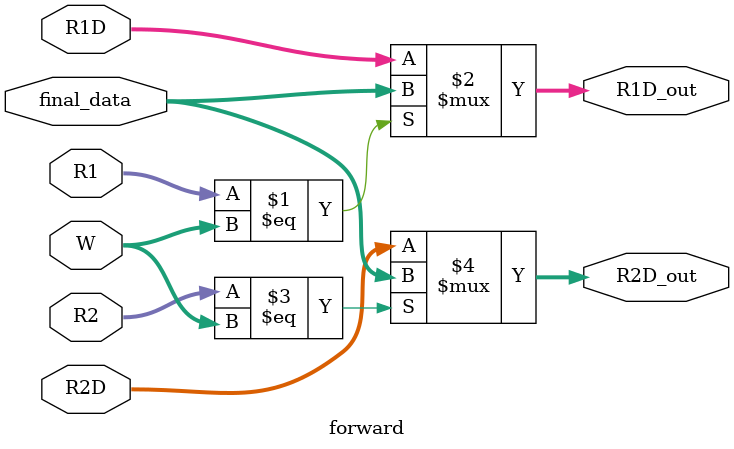
<source format=v>
module forward(
    input  [4:0]  R1,        // R1 ¼Ä´æÆ÷µØÖ·
    input  [4:0]  R2,        // R2 ¼Ä´æÆ÷µØÖ·
    input  [31:0] R1D,       // R1 Ô­Ê¼Êý¾Ý
    input  [31:0] R2D,       // R2 Ô­Ê¼Êý¾Ý
    input  [4:0]  W,         // MEM½×¶ÎÐ´»Ø¼Ä´æÆ÷µØÖ·
    input  [31:0] final_data, // MEM½×¶Î×îÖÕÐ´»ØÊý¾Ý
   
    output [31:0] R1D_out,   // R1 ¾­¹ýÅÔÂ·µÄÊý¾Ý
    output [31:0] R2D_out    // R2 ¾­¹ýÅÔÂ·µÄÊý¾Ý
);
    
    // Èç¹û R1 == W »ò R1 == W1£¬·¢ÉúÊý¾ÝÃ°ÏÕ£¬Ê¹ÓÃ×îÖÕÊý¾ÝÌæ´ú R1D
    assign R1D_out = (R1 == W ) ? final_data : R1D;
    
    // Èç¹û R2 == W »ò R2 == W1£¬·¢ÉúÊý¾ÝÃ°ÏÕ£¬Ê¹ÓÃ×îÖÕÊý¾ÝÌæ´ú R2D
    assign R2D_out = (R2 == W) ? final_data :R2D;
    
endmodule

</source>
